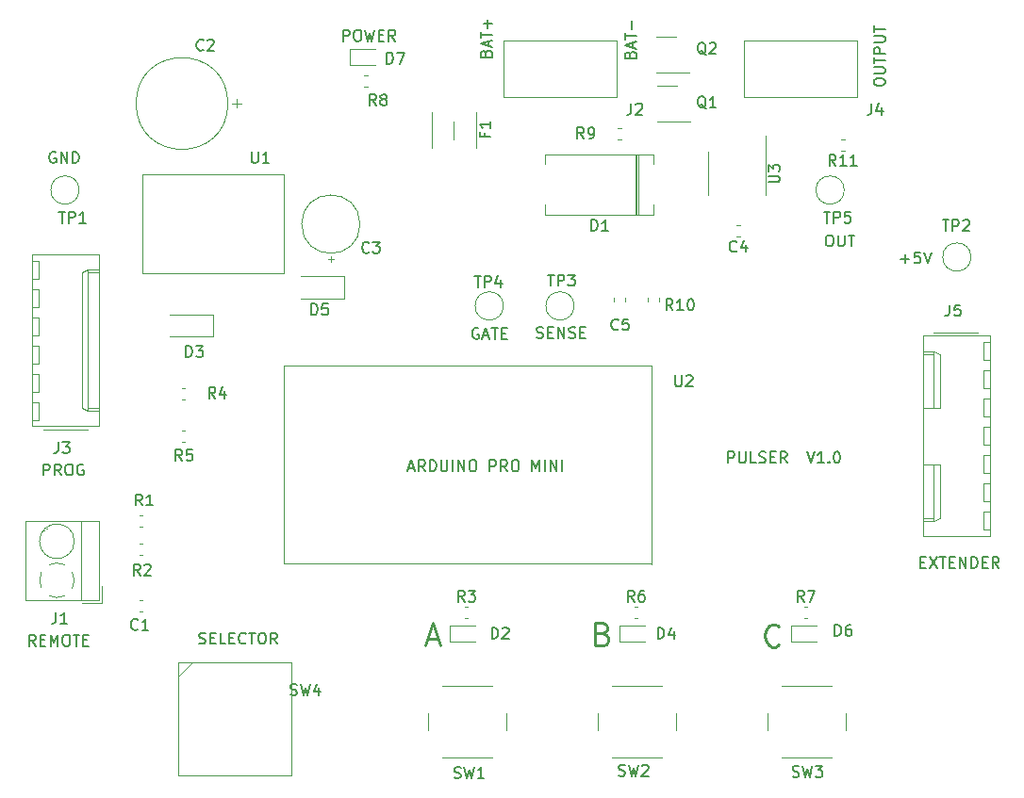
<source format=gbr>
%TF.GenerationSoftware,KiCad,Pcbnew,(5.1.6)-1*%
%TF.CreationDate,2020-09-05T08:23:18-07:00*%
%TF.ProjectId,pulser,70756c73-6572-42e6-9b69-6361645f7063,rev?*%
%TF.SameCoordinates,Original*%
%TF.FileFunction,Legend,Top*%
%TF.FilePolarity,Positive*%
%FSLAX46Y46*%
G04 Gerber Fmt 4.6, Leading zero omitted, Abs format (unit mm)*
G04 Created by KiCad (PCBNEW (5.1.6)-1) date 2020-09-05 08:23:18*
%MOMM*%
%LPD*%
G01*
G04 APERTURE LIST*
%ADD10C,0.150000*%
%ADD11C,0.254000*%
%ADD12C,0.120000*%
G04 APERTURE END LIST*
D10*
X63931895Y-92616400D02*
X63836657Y-92568780D01*
X63693800Y-92568780D01*
X63550942Y-92616400D01*
X63455704Y-92711638D01*
X63408085Y-92806876D01*
X63360466Y-92997352D01*
X63360466Y-93140209D01*
X63408085Y-93330685D01*
X63455704Y-93425923D01*
X63550942Y-93521161D01*
X63693800Y-93568780D01*
X63789038Y-93568780D01*
X63931895Y-93521161D01*
X63979514Y-93473542D01*
X63979514Y-93140209D01*
X63789038Y-93140209D01*
X64408085Y-93568780D02*
X64408085Y-92568780D01*
X64979514Y-93568780D01*
X64979514Y-92568780D01*
X65455704Y-93568780D02*
X65455704Y-92568780D01*
X65693800Y-92568780D01*
X65836657Y-92616400D01*
X65931895Y-92711638D01*
X65979514Y-92806876D01*
X66027133Y-92997352D01*
X66027133Y-93140209D01*
X65979514Y-93330685D01*
X65931895Y-93425923D01*
X65836657Y-93521161D01*
X65693800Y-93568780D01*
X65455704Y-93568780D01*
X124311400Y-120518180D02*
X124311400Y-119518180D01*
X124692352Y-119518180D01*
X124787590Y-119565800D01*
X124835209Y-119613419D01*
X124882828Y-119708657D01*
X124882828Y-119851514D01*
X124835209Y-119946752D01*
X124787590Y-119994371D01*
X124692352Y-120041990D01*
X124311400Y-120041990D01*
X125311400Y-119518180D02*
X125311400Y-120327704D01*
X125359019Y-120422942D01*
X125406638Y-120470561D01*
X125501876Y-120518180D01*
X125692352Y-120518180D01*
X125787590Y-120470561D01*
X125835209Y-120422942D01*
X125882828Y-120327704D01*
X125882828Y-119518180D01*
X126835209Y-120518180D02*
X126359019Y-120518180D01*
X126359019Y-119518180D01*
X127120923Y-120470561D02*
X127263780Y-120518180D01*
X127501876Y-120518180D01*
X127597114Y-120470561D01*
X127644733Y-120422942D01*
X127692352Y-120327704D01*
X127692352Y-120232466D01*
X127644733Y-120137228D01*
X127597114Y-120089609D01*
X127501876Y-120041990D01*
X127311400Y-119994371D01*
X127216161Y-119946752D01*
X127168542Y-119899133D01*
X127120923Y-119803895D01*
X127120923Y-119708657D01*
X127168542Y-119613419D01*
X127216161Y-119565800D01*
X127311400Y-119518180D01*
X127549495Y-119518180D01*
X127692352Y-119565800D01*
X128120923Y-119994371D02*
X128454257Y-119994371D01*
X128597114Y-120518180D02*
X128120923Y-120518180D01*
X128120923Y-119518180D01*
X128597114Y-119518180D01*
X129597114Y-120518180D02*
X129263780Y-120041990D01*
X129025685Y-120518180D02*
X129025685Y-119518180D01*
X129406638Y-119518180D01*
X129501876Y-119565800D01*
X129549495Y-119613419D01*
X129597114Y-119708657D01*
X129597114Y-119851514D01*
X129549495Y-119946752D01*
X129501876Y-119994371D01*
X129406638Y-120041990D01*
X129025685Y-120041990D01*
X131406638Y-119518180D02*
X131739971Y-120518180D01*
X132073304Y-119518180D01*
X132930447Y-120518180D02*
X132359019Y-120518180D01*
X132644733Y-120518180D02*
X132644733Y-119518180D01*
X132549495Y-119661038D01*
X132454257Y-119756276D01*
X132359019Y-119803895D01*
X133359019Y-120422942D02*
X133406638Y-120470561D01*
X133359019Y-120518180D01*
X133311400Y-120470561D01*
X133359019Y-120422942D01*
X133359019Y-120518180D01*
X134025685Y-119518180D02*
X134120923Y-119518180D01*
X134216161Y-119565800D01*
X134263780Y-119613419D01*
X134311400Y-119708657D01*
X134359019Y-119899133D01*
X134359019Y-120137228D01*
X134311400Y-120327704D01*
X134263780Y-120422942D01*
X134216161Y-120470561D01*
X134120923Y-120518180D01*
X134025685Y-120518180D01*
X133930447Y-120470561D01*
X133882828Y-120422942D01*
X133835209Y-120327704D01*
X133787590Y-120137228D01*
X133787590Y-119899133D01*
X133835209Y-119708657D01*
X133882828Y-119613419D01*
X133930447Y-119565800D01*
X134025685Y-119518180D01*
X141584800Y-129468571D02*
X141918133Y-129468571D01*
X142060990Y-129992380D02*
X141584800Y-129992380D01*
X141584800Y-128992380D01*
X142060990Y-128992380D01*
X142394323Y-128992380D02*
X143060990Y-129992380D01*
X143060990Y-128992380D02*
X142394323Y-129992380D01*
X143299085Y-128992380D02*
X143870514Y-128992380D01*
X143584800Y-129992380D02*
X143584800Y-128992380D01*
X144203847Y-129468571D02*
X144537180Y-129468571D01*
X144680038Y-129992380D02*
X144203847Y-129992380D01*
X144203847Y-128992380D01*
X144680038Y-128992380D01*
X145108609Y-129992380D02*
X145108609Y-128992380D01*
X145680038Y-129992380D01*
X145680038Y-128992380D01*
X146156228Y-129992380D02*
X146156228Y-128992380D01*
X146394323Y-128992380D01*
X146537180Y-129040000D01*
X146632419Y-129135238D01*
X146680038Y-129230476D01*
X146727657Y-129420952D01*
X146727657Y-129563809D01*
X146680038Y-129754285D01*
X146632419Y-129849523D01*
X146537180Y-129944761D01*
X146394323Y-129992380D01*
X146156228Y-129992380D01*
X147156228Y-129468571D02*
X147489561Y-129468571D01*
X147632419Y-129992380D02*
X147156228Y-129992380D01*
X147156228Y-128992380D01*
X147632419Y-128992380D01*
X148632419Y-129992380D02*
X148299085Y-129516190D01*
X148060990Y-129992380D02*
X148060990Y-128992380D01*
X148441942Y-128992380D01*
X148537180Y-129040000D01*
X148584800Y-129087619D01*
X148632419Y-129182857D01*
X148632419Y-129325714D01*
X148584800Y-129420952D01*
X148537180Y-129468571D01*
X148441942Y-129516190D01*
X148060990Y-129516190D01*
D11*
X128898952Y-136869714D02*
X128802190Y-136966476D01*
X128511904Y-137063238D01*
X128318380Y-137063238D01*
X128028095Y-136966476D01*
X127834571Y-136772952D01*
X127737809Y-136579428D01*
X127641047Y-136192380D01*
X127641047Y-135902095D01*
X127737809Y-135515047D01*
X127834571Y-135321523D01*
X128028095Y-135128000D01*
X128318380Y-135031238D01*
X128511904Y-135031238D01*
X128802190Y-135128000D01*
X128898952Y-135224761D01*
X113048142Y-135871857D02*
X113338428Y-135968619D01*
X113435190Y-136065380D01*
X113531952Y-136258904D01*
X113531952Y-136549190D01*
X113435190Y-136742714D01*
X113338428Y-136839476D01*
X113144904Y-136936238D01*
X112370809Y-136936238D01*
X112370809Y-134904238D01*
X113048142Y-134904238D01*
X113241666Y-135001000D01*
X113338428Y-135097761D01*
X113435190Y-135291285D01*
X113435190Y-135484809D01*
X113338428Y-135678333D01*
X113241666Y-135775095D01*
X113048142Y-135871857D01*
X112370809Y-135871857D01*
X97306190Y-136355666D02*
X98273809Y-136355666D01*
X97112666Y-136936238D02*
X97790000Y-134904238D01*
X98467333Y-136936238D01*
D10*
X76814800Y-136751961D02*
X76957657Y-136799580D01*
X77195752Y-136799580D01*
X77290990Y-136751961D01*
X77338609Y-136704342D01*
X77386228Y-136609104D01*
X77386228Y-136513866D01*
X77338609Y-136418628D01*
X77290990Y-136371009D01*
X77195752Y-136323390D01*
X77005276Y-136275771D01*
X76910038Y-136228152D01*
X76862419Y-136180533D01*
X76814800Y-136085295D01*
X76814800Y-135990057D01*
X76862419Y-135894819D01*
X76910038Y-135847200D01*
X77005276Y-135799580D01*
X77243371Y-135799580D01*
X77386228Y-135847200D01*
X77814800Y-136275771D02*
X78148133Y-136275771D01*
X78290990Y-136799580D02*
X77814800Y-136799580D01*
X77814800Y-135799580D01*
X78290990Y-135799580D01*
X79195752Y-136799580D02*
X78719561Y-136799580D01*
X78719561Y-135799580D01*
X79529085Y-136275771D02*
X79862419Y-136275771D01*
X80005276Y-136799580D02*
X79529085Y-136799580D01*
X79529085Y-135799580D01*
X80005276Y-135799580D01*
X81005276Y-136704342D02*
X80957657Y-136751961D01*
X80814800Y-136799580D01*
X80719561Y-136799580D01*
X80576704Y-136751961D01*
X80481466Y-136656723D01*
X80433847Y-136561485D01*
X80386228Y-136371009D01*
X80386228Y-136228152D01*
X80433847Y-136037676D01*
X80481466Y-135942438D01*
X80576704Y-135847200D01*
X80719561Y-135799580D01*
X80814800Y-135799580D01*
X80957657Y-135847200D01*
X81005276Y-135894819D01*
X81290990Y-135799580D02*
X81862419Y-135799580D01*
X81576704Y-136799580D02*
X81576704Y-135799580D01*
X82386228Y-135799580D02*
X82576704Y-135799580D01*
X82671942Y-135847200D01*
X82767180Y-135942438D01*
X82814800Y-136132914D01*
X82814800Y-136466247D01*
X82767180Y-136656723D01*
X82671942Y-136751961D01*
X82576704Y-136799580D01*
X82386228Y-136799580D01*
X82290990Y-136751961D01*
X82195752Y-136656723D01*
X82148133Y-136466247D01*
X82148133Y-136132914D01*
X82195752Y-135942438D01*
X82290990Y-135847200D01*
X82386228Y-135799580D01*
X83814800Y-136799580D02*
X83481466Y-136323390D01*
X83243371Y-136799580D02*
X83243371Y-135799580D01*
X83624323Y-135799580D01*
X83719561Y-135847200D01*
X83767180Y-135894819D01*
X83814800Y-135990057D01*
X83814800Y-136132914D01*
X83767180Y-136228152D01*
X83719561Y-136275771D01*
X83624323Y-136323390D01*
X83243371Y-136323390D01*
X62139771Y-136977380D02*
X61806438Y-136501190D01*
X61568342Y-136977380D02*
X61568342Y-135977380D01*
X61949295Y-135977380D01*
X62044533Y-136025000D01*
X62092152Y-136072619D01*
X62139771Y-136167857D01*
X62139771Y-136310714D01*
X62092152Y-136405952D01*
X62044533Y-136453571D01*
X61949295Y-136501190D01*
X61568342Y-136501190D01*
X62568342Y-136453571D02*
X62901676Y-136453571D01*
X63044533Y-136977380D02*
X62568342Y-136977380D01*
X62568342Y-135977380D01*
X63044533Y-135977380D01*
X63473104Y-136977380D02*
X63473104Y-135977380D01*
X63806438Y-136691666D01*
X64139771Y-135977380D01*
X64139771Y-136977380D01*
X64806438Y-135977380D02*
X64996914Y-135977380D01*
X65092152Y-136025000D01*
X65187390Y-136120238D01*
X65235009Y-136310714D01*
X65235009Y-136644047D01*
X65187390Y-136834523D01*
X65092152Y-136929761D01*
X64996914Y-136977380D01*
X64806438Y-136977380D01*
X64711200Y-136929761D01*
X64615961Y-136834523D01*
X64568342Y-136644047D01*
X64568342Y-136310714D01*
X64615961Y-136120238D01*
X64711200Y-136025000D01*
X64806438Y-135977380D01*
X65520723Y-135977380D02*
X66092152Y-135977380D01*
X65806438Y-136977380D02*
X65806438Y-135977380D01*
X66425485Y-136453571D02*
X66758819Y-136453571D01*
X66901676Y-136977380D02*
X66425485Y-136977380D01*
X66425485Y-135977380D01*
X66901676Y-135977380D01*
X62857285Y-121635780D02*
X62857285Y-120635780D01*
X63238238Y-120635780D01*
X63333476Y-120683400D01*
X63381095Y-120731019D01*
X63428714Y-120826257D01*
X63428714Y-120969114D01*
X63381095Y-121064352D01*
X63333476Y-121111971D01*
X63238238Y-121159590D01*
X62857285Y-121159590D01*
X64428714Y-121635780D02*
X64095380Y-121159590D01*
X63857285Y-121635780D02*
X63857285Y-120635780D01*
X64238238Y-120635780D01*
X64333476Y-120683400D01*
X64381095Y-120731019D01*
X64428714Y-120826257D01*
X64428714Y-120969114D01*
X64381095Y-121064352D01*
X64333476Y-121111971D01*
X64238238Y-121159590D01*
X63857285Y-121159590D01*
X65047761Y-120635780D02*
X65238238Y-120635780D01*
X65333476Y-120683400D01*
X65428714Y-120778638D01*
X65476333Y-120969114D01*
X65476333Y-121302447D01*
X65428714Y-121492923D01*
X65333476Y-121588161D01*
X65238238Y-121635780D01*
X65047761Y-121635780D01*
X64952523Y-121588161D01*
X64857285Y-121492923D01*
X64809666Y-121302447D01*
X64809666Y-120969114D01*
X64857285Y-120778638D01*
X64952523Y-120683400D01*
X65047761Y-120635780D01*
X66428714Y-120683400D02*
X66333476Y-120635780D01*
X66190619Y-120635780D01*
X66047761Y-120683400D01*
X65952523Y-120778638D01*
X65904904Y-120873876D01*
X65857285Y-121064352D01*
X65857285Y-121207209D01*
X65904904Y-121397685D01*
X65952523Y-121492923D01*
X66047761Y-121588161D01*
X66190619Y-121635780D01*
X66285857Y-121635780D01*
X66428714Y-121588161D01*
X66476333Y-121540542D01*
X66476333Y-121207209D01*
X66285857Y-121207209D01*
X95635038Y-120994466D02*
X96111228Y-120994466D01*
X95539800Y-121280180D02*
X95873133Y-120280180D01*
X96206466Y-121280180D01*
X97111228Y-121280180D02*
X96777895Y-120803990D01*
X96539800Y-121280180D02*
X96539800Y-120280180D01*
X96920752Y-120280180D01*
X97015990Y-120327800D01*
X97063609Y-120375419D01*
X97111228Y-120470657D01*
X97111228Y-120613514D01*
X97063609Y-120708752D01*
X97015990Y-120756371D01*
X96920752Y-120803990D01*
X96539800Y-120803990D01*
X97539800Y-121280180D02*
X97539800Y-120280180D01*
X97777895Y-120280180D01*
X97920752Y-120327800D01*
X98015990Y-120423038D01*
X98063609Y-120518276D01*
X98111228Y-120708752D01*
X98111228Y-120851609D01*
X98063609Y-121042085D01*
X98015990Y-121137323D01*
X97920752Y-121232561D01*
X97777895Y-121280180D01*
X97539800Y-121280180D01*
X98539800Y-120280180D02*
X98539800Y-121089704D01*
X98587419Y-121184942D01*
X98635038Y-121232561D01*
X98730276Y-121280180D01*
X98920752Y-121280180D01*
X99015990Y-121232561D01*
X99063609Y-121184942D01*
X99111228Y-121089704D01*
X99111228Y-120280180D01*
X99587419Y-121280180D02*
X99587419Y-120280180D01*
X100063609Y-121280180D02*
X100063609Y-120280180D01*
X100635038Y-121280180D01*
X100635038Y-120280180D01*
X101301704Y-120280180D02*
X101492180Y-120280180D01*
X101587419Y-120327800D01*
X101682657Y-120423038D01*
X101730276Y-120613514D01*
X101730276Y-120946847D01*
X101682657Y-121137323D01*
X101587419Y-121232561D01*
X101492180Y-121280180D01*
X101301704Y-121280180D01*
X101206466Y-121232561D01*
X101111228Y-121137323D01*
X101063609Y-120946847D01*
X101063609Y-120613514D01*
X101111228Y-120423038D01*
X101206466Y-120327800D01*
X101301704Y-120280180D01*
X102920752Y-121280180D02*
X102920752Y-120280180D01*
X103301704Y-120280180D01*
X103396942Y-120327800D01*
X103444561Y-120375419D01*
X103492180Y-120470657D01*
X103492180Y-120613514D01*
X103444561Y-120708752D01*
X103396942Y-120756371D01*
X103301704Y-120803990D01*
X102920752Y-120803990D01*
X104492180Y-121280180D02*
X104158847Y-120803990D01*
X103920752Y-121280180D02*
X103920752Y-120280180D01*
X104301704Y-120280180D01*
X104396942Y-120327800D01*
X104444561Y-120375419D01*
X104492180Y-120470657D01*
X104492180Y-120613514D01*
X104444561Y-120708752D01*
X104396942Y-120756371D01*
X104301704Y-120803990D01*
X103920752Y-120803990D01*
X105111228Y-120280180D02*
X105301704Y-120280180D01*
X105396942Y-120327800D01*
X105492180Y-120423038D01*
X105539800Y-120613514D01*
X105539800Y-120946847D01*
X105492180Y-121137323D01*
X105396942Y-121232561D01*
X105301704Y-121280180D01*
X105111228Y-121280180D01*
X105015990Y-121232561D01*
X104920752Y-121137323D01*
X104873133Y-120946847D01*
X104873133Y-120613514D01*
X104920752Y-120423038D01*
X105015990Y-120327800D01*
X105111228Y-120280180D01*
X106730276Y-121280180D02*
X106730276Y-120280180D01*
X107063609Y-120994466D01*
X107396942Y-120280180D01*
X107396942Y-121280180D01*
X107873133Y-121280180D02*
X107873133Y-120280180D01*
X108349323Y-121280180D02*
X108349323Y-120280180D01*
X108920752Y-121280180D01*
X108920752Y-120280180D01*
X109396942Y-121280180D02*
X109396942Y-120280180D01*
X101895400Y-108440600D02*
X101800161Y-108392980D01*
X101657304Y-108392980D01*
X101514447Y-108440600D01*
X101419209Y-108535838D01*
X101371590Y-108631076D01*
X101323971Y-108821552D01*
X101323971Y-108964409D01*
X101371590Y-109154885D01*
X101419209Y-109250123D01*
X101514447Y-109345361D01*
X101657304Y-109392980D01*
X101752542Y-109392980D01*
X101895400Y-109345361D01*
X101943019Y-109297742D01*
X101943019Y-108964409D01*
X101752542Y-108964409D01*
X102323971Y-109107266D02*
X102800161Y-109107266D01*
X102228733Y-109392980D02*
X102562066Y-108392980D01*
X102895400Y-109392980D01*
X103085876Y-108392980D02*
X103657304Y-108392980D01*
X103371590Y-109392980D02*
X103371590Y-108392980D01*
X103990638Y-108869171D02*
X104323971Y-108869171D01*
X104466828Y-109392980D02*
X103990638Y-109392980D01*
X103990638Y-108392980D01*
X104466828Y-108392980D01*
X107131123Y-109269161D02*
X107273980Y-109316780D01*
X107512076Y-109316780D01*
X107607314Y-109269161D01*
X107654933Y-109221542D01*
X107702552Y-109126304D01*
X107702552Y-109031066D01*
X107654933Y-108935828D01*
X107607314Y-108888209D01*
X107512076Y-108840590D01*
X107321600Y-108792971D01*
X107226361Y-108745352D01*
X107178742Y-108697733D01*
X107131123Y-108602495D01*
X107131123Y-108507257D01*
X107178742Y-108412019D01*
X107226361Y-108364400D01*
X107321600Y-108316780D01*
X107559695Y-108316780D01*
X107702552Y-108364400D01*
X108131123Y-108792971D02*
X108464457Y-108792971D01*
X108607314Y-109316780D02*
X108131123Y-109316780D01*
X108131123Y-108316780D01*
X108607314Y-108316780D01*
X109035885Y-109316780D02*
X109035885Y-108316780D01*
X109607314Y-109316780D01*
X109607314Y-108316780D01*
X110035885Y-109269161D02*
X110178742Y-109316780D01*
X110416838Y-109316780D01*
X110512076Y-109269161D01*
X110559695Y-109221542D01*
X110607314Y-109126304D01*
X110607314Y-109031066D01*
X110559695Y-108935828D01*
X110512076Y-108888209D01*
X110416838Y-108840590D01*
X110226361Y-108792971D01*
X110131123Y-108745352D01*
X110083504Y-108697733D01*
X110035885Y-108602495D01*
X110035885Y-108507257D01*
X110083504Y-108412019D01*
X110131123Y-108364400D01*
X110226361Y-108316780D01*
X110464457Y-108316780D01*
X110607314Y-108364400D01*
X111035885Y-108792971D02*
X111369219Y-108792971D01*
X111512076Y-109316780D02*
X111035885Y-109316780D01*
X111035885Y-108316780D01*
X111512076Y-108316780D01*
X139836685Y-102204828D02*
X140598590Y-102204828D01*
X140217638Y-102585780D02*
X140217638Y-101823876D01*
X141550971Y-101585780D02*
X141074780Y-101585780D01*
X141027161Y-102061971D01*
X141074780Y-102014352D01*
X141170019Y-101966733D01*
X141408114Y-101966733D01*
X141503352Y-102014352D01*
X141550971Y-102061971D01*
X141598590Y-102157209D01*
X141598590Y-102395304D01*
X141550971Y-102490542D01*
X141503352Y-102538161D01*
X141408114Y-102585780D01*
X141170019Y-102585780D01*
X141074780Y-102538161D01*
X141027161Y-102490542D01*
X141884304Y-101585780D02*
X142217638Y-102585780D01*
X142550971Y-101585780D01*
X133340600Y-100061780D02*
X133531076Y-100061780D01*
X133626314Y-100109400D01*
X133721552Y-100204638D01*
X133769171Y-100395114D01*
X133769171Y-100728447D01*
X133721552Y-100918923D01*
X133626314Y-101014161D01*
X133531076Y-101061780D01*
X133340600Y-101061780D01*
X133245361Y-101014161D01*
X133150123Y-100918923D01*
X133102504Y-100728447D01*
X133102504Y-100395114D01*
X133150123Y-100204638D01*
X133245361Y-100109400D01*
X133340600Y-100061780D01*
X134197742Y-100061780D02*
X134197742Y-100871304D01*
X134245361Y-100966542D01*
X134292980Y-101014161D01*
X134388219Y-101061780D01*
X134578695Y-101061780D01*
X134673933Y-101014161D01*
X134721552Y-100966542D01*
X134769171Y-100871304D01*
X134769171Y-100061780D01*
X135102504Y-100061780D02*
X135673933Y-100061780D01*
X135388219Y-101061780D02*
X135388219Y-100061780D01*
X137399780Y-86402561D02*
X137399780Y-86212085D01*
X137447400Y-86116847D01*
X137542638Y-86021609D01*
X137733114Y-85973990D01*
X138066447Y-85973990D01*
X138256923Y-86021609D01*
X138352161Y-86116847D01*
X138399780Y-86212085D01*
X138399780Y-86402561D01*
X138352161Y-86497800D01*
X138256923Y-86593038D01*
X138066447Y-86640657D01*
X137733114Y-86640657D01*
X137542638Y-86593038D01*
X137447400Y-86497800D01*
X137399780Y-86402561D01*
X137399780Y-85545419D02*
X138209304Y-85545419D01*
X138304542Y-85497800D01*
X138352161Y-85450180D01*
X138399780Y-85354942D01*
X138399780Y-85164466D01*
X138352161Y-85069228D01*
X138304542Y-85021609D01*
X138209304Y-84973990D01*
X137399780Y-84973990D01*
X137399780Y-84640657D02*
X137399780Y-84069228D01*
X138399780Y-84354942D02*
X137399780Y-84354942D01*
X138399780Y-83735895D02*
X137399780Y-83735895D01*
X137399780Y-83354942D01*
X137447400Y-83259704D01*
X137495019Y-83212085D01*
X137590257Y-83164466D01*
X137733114Y-83164466D01*
X137828352Y-83212085D01*
X137875971Y-83259704D01*
X137923590Y-83354942D01*
X137923590Y-83735895D01*
X137399780Y-82735895D02*
X138209304Y-82735895D01*
X138304542Y-82688276D01*
X138352161Y-82640657D01*
X138399780Y-82545419D01*
X138399780Y-82354942D01*
X138352161Y-82259704D01*
X138304542Y-82212085D01*
X138209304Y-82164466D01*
X137399780Y-82164466D01*
X137399780Y-81831133D02*
X137399780Y-81259704D01*
X138399780Y-81545419D02*
X137399780Y-81545419D01*
X115523971Y-83830942D02*
X115571590Y-83688085D01*
X115619209Y-83640466D01*
X115714447Y-83592847D01*
X115857304Y-83592847D01*
X115952542Y-83640466D01*
X116000161Y-83688085D01*
X116047780Y-83783323D01*
X116047780Y-84164276D01*
X115047780Y-84164276D01*
X115047780Y-83830942D01*
X115095400Y-83735704D01*
X115143019Y-83688085D01*
X115238257Y-83640466D01*
X115333495Y-83640466D01*
X115428733Y-83688085D01*
X115476352Y-83735704D01*
X115523971Y-83830942D01*
X115523971Y-84164276D01*
X115762066Y-83211895D02*
X115762066Y-82735704D01*
X116047780Y-83307133D02*
X115047780Y-82973800D01*
X116047780Y-82640466D01*
X115047780Y-82449990D02*
X115047780Y-81878561D01*
X116047780Y-82164276D02*
X115047780Y-82164276D01*
X115666828Y-81545228D02*
X115666828Y-80783323D01*
X102569971Y-83729342D02*
X102617590Y-83586485D01*
X102665209Y-83538866D01*
X102760447Y-83491247D01*
X102903304Y-83491247D01*
X102998542Y-83538866D01*
X103046161Y-83586485D01*
X103093780Y-83681723D01*
X103093780Y-84062676D01*
X102093780Y-84062676D01*
X102093780Y-83729342D01*
X102141400Y-83634104D01*
X102189019Y-83586485D01*
X102284257Y-83538866D01*
X102379495Y-83538866D01*
X102474733Y-83586485D01*
X102522352Y-83634104D01*
X102569971Y-83729342D01*
X102569971Y-84062676D01*
X102808066Y-83110295D02*
X102808066Y-82634104D01*
X103093780Y-83205533D02*
X102093780Y-82872200D01*
X103093780Y-82538866D01*
X102093780Y-82348390D02*
X102093780Y-81776961D01*
X103093780Y-82062676D02*
X102093780Y-82062676D01*
X102712828Y-81443628D02*
X102712828Y-80681723D01*
X103093780Y-81062676D02*
X102331876Y-81062676D01*
X89765476Y-82621380D02*
X89765476Y-81621380D01*
X90146428Y-81621380D01*
X90241666Y-81669000D01*
X90289285Y-81716619D01*
X90336904Y-81811857D01*
X90336904Y-81954714D01*
X90289285Y-82049952D01*
X90241666Y-82097571D01*
X90146428Y-82145190D01*
X89765476Y-82145190D01*
X90955952Y-81621380D02*
X91146428Y-81621380D01*
X91241666Y-81669000D01*
X91336904Y-81764238D01*
X91384523Y-81954714D01*
X91384523Y-82288047D01*
X91336904Y-82478523D01*
X91241666Y-82573761D01*
X91146428Y-82621380D01*
X90955952Y-82621380D01*
X90860714Y-82573761D01*
X90765476Y-82478523D01*
X90717857Y-82288047D01*
X90717857Y-81954714D01*
X90765476Y-81764238D01*
X90860714Y-81669000D01*
X90955952Y-81621380D01*
X91717857Y-81621380D02*
X91955952Y-82621380D01*
X92146428Y-81907095D01*
X92336904Y-82621380D01*
X92575000Y-81621380D01*
X92955952Y-82097571D02*
X93289285Y-82097571D01*
X93432142Y-82621380D02*
X92955952Y-82621380D01*
X92955952Y-81621380D01*
X93432142Y-81621380D01*
X94432142Y-82621380D02*
X94098809Y-82145190D01*
X93860714Y-82621380D02*
X93860714Y-81621380D01*
X94241666Y-81621380D01*
X94336904Y-81669000D01*
X94384523Y-81716619D01*
X94432142Y-81811857D01*
X94432142Y-81954714D01*
X94384523Y-82049952D01*
X94336904Y-82097571D01*
X94241666Y-82145190D01*
X93860714Y-82145190D01*
D12*
%TO.C,F1*%
X101695000Y-89015000D02*
X101695000Y-92215000D01*
X97695000Y-92215000D02*
X97695000Y-89015000D01*
X99695000Y-89865000D02*
X99695000Y-91465000D01*
%TO.C,J2*%
X114300000Y-87630000D02*
X104140000Y-87630000D01*
X114300000Y-87630000D02*
X114300000Y-82550000D01*
X114300000Y-82550000D02*
X104140000Y-82550000D01*
X104140000Y-82550000D02*
X104140000Y-87630000D01*
%TO.C,J4*%
X125730000Y-82550000D02*
X125730000Y-87630000D01*
X135890000Y-87630000D02*
X135890000Y-82550000D01*
X135890000Y-87630000D02*
X125730000Y-87630000D01*
X135890000Y-82550000D02*
X125730000Y-82550000D01*
%TO.C,R11*%
X134782779Y-92458000D02*
X134457221Y-92458000D01*
X134782779Y-91438000D02*
X134457221Y-91438000D01*
%TO.C,C3*%
X88401000Y-102240775D02*
X88901000Y-102240775D01*
X88651000Y-102490775D02*
X88651000Y-101990775D01*
X91266000Y-99076000D02*
G75*
G03*
X91266000Y-99076000I-2620000J0D01*
G01*
%TO.C,C2*%
X79400200Y-88239600D02*
G75*
G03*
X79400200Y-88239600I-4120000J0D01*
G01*
X80590200Y-88229600D02*
X79790200Y-88229600D01*
X80200200Y-88609600D02*
X80200200Y-87809600D01*
%TO.C,U2*%
X117475000Y-129540000D02*
X117475000Y-111760000D01*
X84455000Y-129540000D02*
X117475000Y-129540000D01*
X84455000Y-111760000D02*
X84455000Y-129540000D01*
X117475000Y-127000000D02*
X117475000Y-129670000D01*
X117475000Y-111760000D02*
X84455000Y-111760000D01*
%TO.C,U1*%
X84455000Y-94615000D02*
X71755000Y-94615000D01*
X84455000Y-103505000D02*
X84455000Y-94615000D01*
X71755000Y-103505000D02*
X84455000Y-103505000D01*
X71755000Y-94615000D02*
X71755000Y-103505000D01*
%TO.C,D1*%
X117646000Y-97344000D02*
X117646000Y-98224000D01*
X117646000Y-98224000D02*
X107906000Y-98224000D01*
X107906000Y-98224000D02*
X107906000Y-97344000D01*
X117646000Y-93664000D02*
X117646000Y-92784000D01*
X117646000Y-92784000D02*
X107906000Y-92784000D01*
X107906000Y-92784000D02*
X107906000Y-93664000D01*
X116101000Y-98224000D02*
X116101000Y-92784000D01*
X115981000Y-98224000D02*
X115981000Y-92784000D01*
X116221000Y-98224000D02*
X116221000Y-92784000D01*
%TO.C,U3*%
X127655000Y-94550000D02*
X127655000Y-91100000D01*
X127655000Y-94550000D02*
X127655000Y-96500000D01*
X122535000Y-94550000D02*
X122535000Y-92600000D01*
X122535000Y-94550000D02*
X122535000Y-96500000D01*
%TO.C,J3*%
X62380000Y-102360000D02*
X61780000Y-102360000D01*
X62380000Y-103960000D02*
X62380000Y-102360000D01*
X61780000Y-103960000D02*
X62380000Y-103960000D01*
X62380000Y-104900000D02*
X61780000Y-104900000D01*
X62380000Y-106500000D02*
X62380000Y-104900000D01*
X61780000Y-106500000D02*
X62380000Y-106500000D01*
X62380000Y-107440000D02*
X61780000Y-107440000D01*
X62380000Y-109040000D02*
X62380000Y-107440000D01*
X61780000Y-109040000D02*
X62380000Y-109040000D01*
X62380000Y-109980000D02*
X61780000Y-109980000D01*
X62380000Y-111580000D02*
X62380000Y-109980000D01*
X61780000Y-111580000D02*
X62380000Y-111580000D01*
X62380000Y-112520000D02*
X61780000Y-112520000D01*
X62380000Y-114120000D02*
X62380000Y-112520000D01*
X61780000Y-114120000D02*
X62380000Y-114120000D01*
X62380000Y-115060000D02*
X61780000Y-115060000D01*
X62380000Y-116660000D02*
X62380000Y-115060000D01*
X61780000Y-116660000D02*
X62380000Y-116660000D01*
X67800000Y-103410000D02*
X66800000Y-103410000D01*
X67800000Y-115610000D02*
X66800000Y-115610000D01*
X66270000Y-103410000D02*
X66800000Y-103160000D01*
X66270000Y-115610000D02*
X66270000Y-103410000D01*
X66800000Y-115860000D02*
X66270000Y-115610000D01*
X66800000Y-103160000D02*
X67800000Y-103160000D01*
X66800000Y-115860000D02*
X66800000Y-103160000D01*
X67800000Y-115860000D02*
X66800000Y-115860000D01*
X62810000Y-117530000D02*
X66810000Y-117530000D01*
X61780000Y-101780000D02*
X61780000Y-117240000D01*
X67800000Y-101780000D02*
X61780000Y-101780000D01*
X67800000Y-117240000D02*
X67800000Y-101780000D01*
X61780000Y-117240000D02*
X67800000Y-117240000D01*
%TO.C,J1*%
X65605000Y-127580000D02*
G75*
G03*
X65605000Y-127580000I-1555000J0D01*
G01*
X66250000Y-132890000D02*
X66250000Y-125770000D01*
X61190000Y-132890000D02*
X61190000Y-125770000D01*
X67810000Y-132890000D02*
X67810000Y-125770000D01*
X61190000Y-132890000D02*
X67810000Y-132890000D01*
X61190000Y-125770000D02*
X67810000Y-125770000D01*
X63060000Y-126400000D02*
X63136000Y-126476000D01*
X65175000Y-128515000D02*
X65230000Y-128569000D01*
X62870000Y-126590000D02*
X62924000Y-126644000D01*
X64964000Y-128683000D02*
X65040000Y-128759000D01*
X66310000Y-133130000D02*
X68050000Y-133130000D01*
X68050000Y-133130000D02*
X68050000Y-131630000D01*
X65605681Y-131053556D02*
G75*
G02*
X65436000Y-131787000I-1555681J-26444D01*
G01*
X64755733Y-132466645D02*
G75*
G02*
X63343000Y-132466000I-705733J1386645D01*
G01*
X62663355Y-131785733D02*
G75*
G02*
X62664000Y-130373000I1386645J705733D01*
G01*
X63344267Y-129693355D02*
G75*
G02*
X64757000Y-129694000I705733J-1386645D01*
G01*
X65435515Y-130374045D02*
G75*
G02*
X65605000Y-131080000I-1385515J-705955D01*
G01*
%TO.C,C4*%
X125410279Y-99185000D02*
X125084721Y-99185000D01*
X125410279Y-100205000D02*
X125084721Y-100205000D01*
%TO.C,C1*%
X71439721Y-133860000D02*
X71765279Y-133860000D01*
X71439721Y-132840000D02*
X71765279Y-132840000D01*
%TO.C,J5*%
X147210000Y-126530000D02*
X147810000Y-126530000D01*
X147210000Y-124930000D02*
X147210000Y-126530000D01*
X147810000Y-124930000D02*
X147210000Y-124930000D01*
X147210000Y-123990000D02*
X147810000Y-123990000D01*
X147210000Y-122390000D02*
X147210000Y-123990000D01*
X147810000Y-122390000D02*
X147210000Y-122390000D01*
X147210000Y-121450000D02*
X147810000Y-121450000D01*
X147210000Y-119850000D02*
X147210000Y-121450000D01*
X147810000Y-119850000D02*
X147210000Y-119850000D01*
X147210000Y-118910000D02*
X147810000Y-118910000D01*
X147210000Y-117310000D02*
X147210000Y-118910000D01*
X147810000Y-117310000D02*
X147210000Y-117310000D01*
X147210000Y-116370000D02*
X147810000Y-116370000D01*
X147210000Y-114770000D02*
X147210000Y-116370000D01*
X147810000Y-114770000D02*
X147210000Y-114770000D01*
X147210000Y-113830000D02*
X147810000Y-113830000D01*
X147210000Y-112230000D02*
X147210000Y-113830000D01*
X147810000Y-112230000D02*
X147210000Y-112230000D01*
X147210000Y-111290000D02*
X147810000Y-111290000D01*
X147210000Y-109690000D02*
X147210000Y-111290000D01*
X147810000Y-109690000D02*
X147210000Y-109690000D01*
X141790000Y-125480000D02*
X142790000Y-125480000D01*
X143320000Y-120650000D02*
X142790000Y-120650000D01*
X143320000Y-125480000D02*
X143320000Y-120650000D01*
X142790000Y-125730000D02*
X143320000Y-125480000D01*
X142790000Y-120650000D02*
X141790000Y-120650000D01*
X142790000Y-125730000D02*
X142790000Y-120650000D01*
X141790000Y-125730000D02*
X142790000Y-125730000D01*
X141790000Y-110740000D02*
X142790000Y-110740000D01*
X143320000Y-115570000D02*
X142790000Y-115570000D01*
X143320000Y-110740000D02*
X143320000Y-115570000D01*
X142790000Y-110490000D02*
X143320000Y-110740000D01*
X142790000Y-115570000D02*
X141790000Y-115570000D01*
X142790000Y-110490000D02*
X142790000Y-115570000D01*
X141790000Y-110490000D02*
X142790000Y-110490000D01*
X146780000Y-108820000D02*
X142780000Y-108820000D01*
X147810000Y-127110000D02*
X147810000Y-109110000D01*
X141790000Y-127110000D02*
X147810000Y-127110000D01*
X141790000Y-109110000D02*
X141790000Y-127110000D01*
X147810000Y-109110000D02*
X141790000Y-109110000D01*
%TO.C,SW3*%
X127870000Y-143050000D02*
X127870000Y-144550000D01*
X129120000Y-147050000D02*
X133620000Y-147050000D01*
X134870000Y-144550000D02*
X134870000Y-143050000D01*
X133620000Y-140550000D02*
X129120000Y-140550000D01*
%TO.C,SW2*%
X112630000Y-143050000D02*
X112630000Y-144550000D01*
X113880000Y-147050000D02*
X118380000Y-147050000D01*
X119630000Y-144550000D02*
X119630000Y-143050000D01*
X118380000Y-140550000D02*
X113880000Y-140550000D01*
%TO.C,SW1*%
X97390000Y-143050000D02*
X97390000Y-144550000D01*
X98640000Y-147050000D02*
X103140000Y-147050000D01*
X104390000Y-144550000D02*
X104390000Y-143050000D01*
X103140000Y-140550000D02*
X98640000Y-140550000D01*
%TO.C,SW4*%
X74930000Y-138430000D02*
X74930000Y-148590000D01*
X74930000Y-139700000D02*
X76200000Y-138430000D01*
X74930000Y-148590000D02*
X85090000Y-148590000D01*
X85090000Y-148590000D02*
X85090000Y-138430000D01*
X85090000Y-138430000D02*
X74930000Y-138430000D01*
%TO.C,R10*%
X118086600Y-106030079D02*
X118086600Y-105704521D01*
X117066600Y-106030079D02*
X117066600Y-105704521D01*
%TO.C,R9*%
X114391221Y-91442000D02*
X114716779Y-91442000D01*
X114391221Y-90422000D02*
X114716779Y-90422000D01*
%TO.C,R8*%
X91658221Y-86717600D02*
X91983779Y-86717600D01*
X91658221Y-85697600D02*
X91983779Y-85697600D01*
%TO.C,Q2*%
X117925000Y-89875000D02*
X120875000Y-89875000D01*
X119725000Y-86655000D02*
X117925000Y-86655000D01*
%TO.C,D7*%
X90336000Y-84809000D02*
X92621000Y-84809000D01*
X90336000Y-83339000D02*
X90336000Y-84809000D01*
X92621000Y-83339000D02*
X90336000Y-83339000D01*
%TO.C,TP5*%
X134747000Y-96012000D02*
G75*
G03*
X134747000Y-96012000I-1270000J0D01*
G01*
%TO.C,Q1*%
X117845000Y-85430000D02*
X120795000Y-85430000D01*
X119645000Y-82210000D02*
X117845000Y-82210000D01*
%TO.C,TP4*%
X104140000Y-106426000D02*
G75*
G03*
X104140000Y-106426000I-1270000J0D01*
G01*
%TO.C,TP2*%
X146126200Y-102031800D02*
G75*
G03*
X146126200Y-102031800I-1270000J0D01*
G01*
%TO.C,TP1*%
X66040000Y-96012000D02*
G75*
G03*
X66040000Y-96012000I-1270000J0D01*
G01*
%TO.C,R6*%
X115889721Y-133475000D02*
X116215279Y-133475000D01*
X115889721Y-134495000D02*
X116215279Y-134495000D01*
%TO.C,R4*%
X75575279Y-114810000D02*
X75249721Y-114810000D01*
X75575279Y-113790000D02*
X75249721Y-113790000D01*
%TO.C,R2*%
X71439721Y-127760000D02*
X71765279Y-127760000D01*
X71439721Y-128780000D02*
X71765279Y-128780000D01*
%TO.C,R7*%
X131129721Y-133475000D02*
X131455279Y-133475000D01*
X131129721Y-134495000D02*
X131455279Y-134495000D01*
%TO.C,R1*%
X71439721Y-125220000D02*
X71765279Y-125220000D01*
X71439721Y-126240000D02*
X71765279Y-126240000D01*
%TO.C,R5*%
X75575279Y-118620000D02*
X75249721Y-118620000D01*
X75575279Y-117600000D02*
X75249721Y-117600000D01*
%TO.C,D6*%
X132245000Y-135155000D02*
X129960000Y-135155000D01*
X129960000Y-135155000D02*
X129960000Y-136625000D01*
X129960000Y-136625000D02*
X132245000Y-136625000D01*
%TO.C,D4*%
X116852500Y-135155000D02*
X114567500Y-135155000D01*
X114567500Y-135155000D02*
X114567500Y-136625000D01*
X114567500Y-136625000D02*
X116852500Y-136625000D01*
%TO.C,D2*%
X101612500Y-135155000D02*
X99327500Y-135155000D01*
X99327500Y-135155000D02*
X99327500Y-136625000D01*
X99327500Y-136625000D02*
X101612500Y-136625000D01*
%TO.C,C5*%
X114069400Y-106004579D02*
X114069400Y-105679021D01*
X115089400Y-106004579D02*
X115089400Y-105679021D01*
%TO.C,D5*%
X89880000Y-105775000D02*
X89880000Y-103775000D01*
X89880000Y-103775000D02*
X85980000Y-103775000D01*
X89880000Y-105775000D02*
X85980000Y-105775000D01*
%TO.C,D3*%
X78070000Y-109204000D02*
X78070000Y-107204000D01*
X78070000Y-107204000D02*
X74170000Y-107204000D01*
X78070000Y-109204000D02*
X74170000Y-109204000D01*
%TO.C,TP3*%
X110490000Y-106426000D02*
G75*
G03*
X110490000Y-106426000I-1270000J0D01*
G01*
%TO.C,R3*%
X100649721Y-133475000D02*
X100975279Y-133475000D01*
X100649721Y-134495000D02*
X100975279Y-134495000D01*
%TO.C,F1*%
D10*
X102473571Y-90898333D02*
X102473571Y-91231666D01*
X102997380Y-91231666D02*
X101997380Y-91231666D01*
X101997380Y-90755476D01*
X102997380Y-89850714D02*
X102997380Y-90422142D01*
X102997380Y-90136428D02*
X101997380Y-90136428D01*
X102140238Y-90231666D01*
X102235476Y-90326904D01*
X102283095Y-90422142D01*
%TO.C,J2*%
X115617666Y-88225380D02*
X115617666Y-88939666D01*
X115570047Y-89082523D01*
X115474809Y-89177761D01*
X115331952Y-89225380D01*
X115236714Y-89225380D01*
X116046238Y-88320619D02*
X116093857Y-88273000D01*
X116189095Y-88225380D01*
X116427190Y-88225380D01*
X116522428Y-88273000D01*
X116570047Y-88320619D01*
X116617666Y-88415857D01*
X116617666Y-88511095D01*
X116570047Y-88653952D01*
X115998619Y-89225380D01*
X116617666Y-89225380D01*
%TO.C,J4*%
X137207666Y-88225380D02*
X137207666Y-88939666D01*
X137160047Y-89082523D01*
X137064809Y-89177761D01*
X136921952Y-89225380D01*
X136826714Y-89225380D01*
X138112428Y-88558714D02*
X138112428Y-89225380D01*
X137874333Y-88177761D02*
X137636238Y-88892047D01*
X138255285Y-88892047D01*
%TO.C,R11*%
X133977142Y-93830380D02*
X133643809Y-93354190D01*
X133405714Y-93830380D02*
X133405714Y-92830380D01*
X133786666Y-92830380D01*
X133881904Y-92878000D01*
X133929523Y-92925619D01*
X133977142Y-93020857D01*
X133977142Y-93163714D01*
X133929523Y-93258952D01*
X133881904Y-93306571D01*
X133786666Y-93354190D01*
X133405714Y-93354190D01*
X134929523Y-93830380D02*
X134358095Y-93830380D01*
X134643809Y-93830380D02*
X134643809Y-92830380D01*
X134548571Y-92973238D01*
X134453333Y-93068476D01*
X134358095Y-93116095D01*
X135881904Y-93830380D02*
X135310476Y-93830380D01*
X135596190Y-93830380D02*
X135596190Y-92830380D01*
X135500952Y-92973238D01*
X135405714Y-93068476D01*
X135310476Y-93116095D01*
%TO.C,C3*%
X92086133Y-101576142D02*
X92038514Y-101623761D01*
X91895657Y-101671380D01*
X91800419Y-101671380D01*
X91657561Y-101623761D01*
X91562323Y-101528523D01*
X91514704Y-101433285D01*
X91467085Y-101242809D01*
X91467085Y-101099952D01*
X91514704Y-100909476D01*
X91562323Y-100814238D01*
X91657561Y-100719000D01*
X91800419Y-100671380D01*
X91895657Y-100671380D01*
X92038514Y-100719000D01*
X92086133Y-100766619D01*
X92419466Y-100671380D02*
X93038514Y-100671380D01*
X92705180Y-101052333D01*
X92848038Y-101052333D01*
X92943276Y-101099952D01*
X92990895Y-101147571D01*
X93038514Y-101242809D01*
X93038514Y-101480904D01*
X92990895Y-101576142D01*
X92943276Y-101623761D01*
X92848038Y-101671380D01*
X92562323Y-101671380D01*
X92467085Y-101623761D01*
X92419466Y-101576142D01*
%TO.C,C2*%
X77201733Y-83389742D02*
X77154114Y-83437361D01*
X77011257Y-83484980D01*
X76916019Y-83484980D01*
X76773161Y-83437361D01*
X76677923Y-83342123D01*
X76630304Y-83246885D01*
X76582685Y-83056409D01*
X76582685Y-82913552D01*
X76630304Y-82723076D01*
X76677923Y-82627838D01*
X76773161Y-82532600D01*
X76916019Y-82484980D01*
X77011257Y-82484980D01*
X77154114Y-82532600D01*
X77201733Y-82580219D01*
X77582685Y-82580219D02*
X77630304Y-82532600D01*
X77725542Y-82484980D01*
X77963638Y-82484980D01*
X78058876Y-82532600D01*
X78106495Y-82580219D01*
X78154114Y-82675457D01*
X78154114Y-82770695D01*
X78106495Y-82913552D01*
X77535066Y-83484980D01*
X78154114Y-83484980D01*
%TO.C,U2*%
X119557895Y-112660180D02*
X119557895Y-113469704D01*
X119605514Y-113564942D01*
X119653133Y-113612561D01*
X119748371Y-113660180D01*
X119938847Y-113660180D01*
X120034085Y-113612561D01*
X120081704Y-113564942D01*
X120129323Y-113469704D01*
X120129323Y-112660180D01*
X120557895Y-112755419D02*
X120605514Y-112707800D01*
X120700752Y-112660180D01*
X120938847Y-112660180D01*
X121034085Y-112707800D01*
X121081704Y-112755419D01*
X121129323Y-112850657D01*
X121129323Y-112945895D01*
X121081704Y-113088752D01*
X120510276Y-113660180D01*
X121129323Y-113660180D01*
%TO.C,U1*%
X81534095Y-92568780D02*
X81534095Y-93378304D01*
X81581714Y-93473542D01*
X81629333Y-93521161D01*
X81724571Y-93568780D01*
X81915047Y-93568780D01*
X82010285Y-93521161D01*
X82057904Y-93473542D01*
X82105523Y-93378304D01*
X82105523Y-92568780D01*
X83105523Y-93568780D02*
X82534095Y-93568780D01*
X82819809Y-93568780D02*
X82819809Y-92568780D01*
X82724571Y-92711638D01*
X82629333Y-92806876D01*
X82534095Y-92854495D01*
%TO.C,D1*%
X112037904Y-99676380D02*
X112037904Y-98676380D01*
X112276000Y-98676380D01*
X112418857Y-98724000D01*
X112514095Y-98819238D01*
X112561714Y-98914476D01*
X112609333Y-99104952D01*
X112609333Y-99247809D01*
X112561714Y-99438285D01*
X112514095Y-99533523D01*
X112418857Y-99628761D01*
X112276000Y-99676380D01*
X112037904Y-99676380D01*
X113561714Y-99676380D02*
X112990285Y-99676380D01*
X113276000Y-99676380D02*
X113276000Y-98676380D01*
X113180761Y-98819238D01*
X113085523Y-98914476D01*
X112990285Y-98962095D01*
%TO.C,U3*%
X127947380Y-95311904D02*
X128756904Y-95311904D01*
X128852142Y-95264285D01*
X128899761Y-95216666D01*
X128947380Y-95121428D01*
X128947380Y-94930952D01*
X128899761Y-94835714D01*
X128852142Y-94788095D01*
X128756904Y-94740476D01*
X127947380Y-94740476D01*
X127947380Y-94359523D02*
X127947380Y-93740476D01*
X128328333Y-94073809D01*
X128328333Y-93930952D01*
X128375952Y-93835714D01*
X128423571Y-93788095D01*
X128518809Y-93740476D01*
X128756904Y-93740476D01*
X128852142Y-93788095D01*
X128899761Y-93835714D01*
X128947380Y-93930952D01*
X128947380Y-94216666D01*
X128899761Y-94311904D01*
X128852142Y-94359523D01*
%TO.C,J3*%
X64182666Y-118654580D02*
X64182666Y-119368866D01*
X64135047Y-119511723D01*
X64039809Y-119606961D01*
X63896952Y-119654580D01*
X63801714Y-119654580D01*
X64563619Y-118654580D02*
X65182666Y-118654580D01*
X64849333Y-119035533D01*
X64992190Y-119035533D01*
X65087428Y-119083152D01*
X65135047Y-119130771D01*
X65182666Y-119226009D01*
X65182666Y-119464104D01*
X65135047Y-119559342D01*
X65087428Y-119606961D01*
X64992190Y-119654580D01*
X64706476Y-119654580D01*
X64611238Y-119606961D01*
X64563619Y-119559342D01*
%TO.C,J1*%
X63954066Y-133970780D02*
X63954066Y-134685066D01*
X63906447Y-134827923D01*
X63811209Y-134923161D01*
X63668352Y-134970780D01*
X63573114Y-134970780D01*
X64954066Y-134970780D02*
X64382638Y-134970780D01*
X64668352Y-134970780D02*
X64668352Y-133970780D01*
X64573114Y-134113638D01*
X64477876Y-134208876D01*
X64382638Y-134256495D01*
%TO.C,C4*%
X125080833Y-101482142D02*
X125033214Y-101529761D01*
X124890357Y-101577380D01*
X124795119Y-101577380D01*
X124652261Y-101529761D01*
X124557023Y-101434523D01*
X124509404Y-101339285D01*
X124461785Y-101148809D01*
X124461785Y-101005952D01*
X124509404Y-100815476D01*
X124557023Y-100720238D01*
X124652261Y-100625000D01*
X124795119Y-100577380D01*
X124890357Y-100577380D01*
X125033214Y-100625000D01*
X125080833Y-100672619D01*
X125937976Y-100910714D02*
X125937976Y-101577380D01*
X125699880Y-100529761D02*
X125461785Y-101244047D01*
X126080833Y-101244047D01*
%TO.C,C1*%
X71308933Y-135459742D02*
X71261314Y-135507361D01*
X71118457Y-135554980D01*
X71023219Y-135554980D01*
X70880361Y-135507361D01*
X70785123Y-135412123D01*
X70737504Y-135316885D01*
X70689885Y-135126409D01*
X70689885Y-134983552D01*
X70737504Y-134793076D01*
X70785123Y-134697838D01*
X70880361Y-134602600D01*
X71023219Y-134554980D01*
X71118457Y-134554980D01*
X71261314Y-134602600D01*
X71308933Y-134650219D01*
X72261314Y-135554980D02*
X71689885Y-135554980D01*
X71975600Y-135554980D02*
X71975600Y-134554980D01*
X71880361Y-134697838D01*
X71785123Y-134793076D01*
X71689885Y-134840695D01*
%TO.C,J5*%
X144192666Y-106335580D02*
X144192666Y-107049866D01*
X144145047Y-107192723D01*
X144049809Y-107287961D01*
X143906952Y-107335580D01*
X143811714Y-107335580D01*
X145145047Y-106335580D02*
X144668857Y-106335580D01*
X144621238Y-106811771D01*
X144668857Y-106764152D01*
X144764095Y-106716533D01*
X145002190Y-106716533D01*
X145097428Y-106764152D01*
X145145047Y-106811771D01*
X145192666Y-106907009D01*
X145192666Y-107145104D01*
X145145047Y-107240342D01*
X145097428Y-107287961D01*
X145002190Y-107335580D01*
X144764095Y-107335580D01*
X144668857Y-107287961D01*
X144621238Y-107240342D01*
%TO.C,SW3*%
X130111666Y-148715361D02*
X130254523Y-148762980D01*
X130492619Y-148762980D01*
X130587857Y-148715361D01*
X130635476Y-148667742D01*
X130683095Y-148572504D01*
X130683095Y-148477266D01*
X130635476Y-148382028D01*
X130587857Y-148334409D01*
X130492619Y-148286790D01*
X130302142Y-148239171D01*
X130206904Y-148191552D01*
X130159285Y-148143933D01*
X130111666Y-148048695D01*
X130111666Y-147953457D01*
X130159285Y-147858219D01*
X130206904Y-147810600D01*
X130302142Y-147762980D01*
X130540238Y-147762980D01*
X130683095Y-147810600D01*
X131016428Y-147762980D02*
X131254523Y-148762980D01*
X131445000Y-148048695D01*
X131635476Y-148762980D01*
X131873571Y-147762980D01*
X132159285Y-147762980D02*
X132778333Y-147762980D01*
X132445000Y-148143933D01*
X132587857Y-148143933D01*
X132683095Y-148191552D01*
X132730714Y-148239171D01*
X132778333Y-148334409D01*
X132778333Y-148572504D01*
X132730714Y-148667742D01*
X132683095Y-148715361D01*
X132587857Y-148762980D01*
X132302142Y-148762980D01*
X132206904Y-148715361D01*
X132159285Y-148667742D01*
%TO.C,SW2*%
X114490666Y-148613761D02*
X114633523Y-148661380D01*
X114871619Y-148661380D01*
X114966857Y-148613761D01*
X115014476Y-148566142D01*
X115062095Y-148470904D01*
X115062095Y-148375666D01*
X115014476Y-148280428D01*
X114966857Y-148232809D01*
X114871619Y-148185190D01*
X114681142Y-148137571D01*
X114585904Y-148089952D01*
X114538285Y-148042333D01*
X114490666Y-147947095D01*
X114490666Y-147851857D01*
X114538285Y-147756619D01*
X114585904Y-147709000D01*
X114681142Y-147661380D01*
X114919238Y-147661380D01*
X115062095Y-147709000D01*
X115395428Y-147661380D02*
X115633523Y-148661380D01*
X115824000Y-147947095D01*
X116014476Y-148661380D01*
X116252571Y-147661380D01*
X116585904Y-147756619D02*
X116633523Y-147709000D01*
X116728761Y-147661380D01*
X116966857Y-147661380D01*
X117062095Y-147709000D01*
X117109714Y-147756619D01*
X117157333Y-147851857D01*
X117157333Y-147947095D01*
X117109714Y-148089952D01*
X116538285Y-148661380D01*
X117157333Y-148661380D01*
%TO.C,SW1*%
X99733266Y-148816961D02*
X99876123Y-148864580D01*
X100114219Y-148864580D01*
X100209457Y-148816961D01*
X100257076Y-148769342D01*
X100304695Y-148674104D01*
X100304695Y-148578866D01*
X100257076Y-148483628D01*
X100209457Y-148436009D01*
X100114219Y-148388390D01*
X99923742Y-148340771D01*
X99828504Y-148293152D01*
X99780885Y-148245533D01*
X99733266Y-148150295D01*
X99733266Y-148055057D01*
X99780885Y-147959819D01*
X99828504Y-147912200D01*
X99923742Y-147864580D01*
X100161838Y-147864580D01*
X100304695Y-147912200D01*
X100638028Y-147864580D02*
X100876123Y-148864580D01*
X101066600Y-148150295D01*
X101257076Y-148864580D01*
X101495171Y-147864580D01*
X102399933Y-148864580D02*
X101828504Y-148864580D01*
X102114219Y-148864580D02*
X102114219Y-147864580D01*
X102018980Y-148007438D01*
X101923742Y-148102676D01*
X101828504Y-148150295D01*
%TO.C,SW4*%
X85026666Y-141374761D02*
X85169523Y-141422380D01*
X85407619Y-141422380D01*
X85502857Y-141374761D01*
X85550476Y-141327142D01*
X85598095Y-141231904D01*
X85598095Y-141136666D01*
X85550476Y-141041428D01*
X85502857Y-140993809D01*
X85407619Y-140946190D01*
X85217142Y-140898571D01*
X85121904Y-140850952D01*
X85074285Y-140803333D01*
X85026666Y-140708095D01*
X85026666Y-140612857D01*
X85074285Y-140517619D01*
X85121904Y-140470000D01*
X85217142Y-140422380D01*
X85455238Y-140422380D01*
X85598095Y-140470000D01*
X85931428Y-140422380D02*
X86169523Y-141422380D01*
X86360000Y-140708095D01*
X86550476Y-141422380D01*
X86788571Y-140422380D01*
X87598095Y-140755714D02*
X87598095Y-141422380D01*
X87360000Y-140374761D02*
X87121904Y-141089047D01*
X87740952Y-141089047D01*
%TO.C,R10*%
X119346742Y-106802180D02*
X119013409Y-106325990D01*
X118775314Y-106802180D02*
X118775314Y-105802180D01*
X119156266Y-105802180D01*
X119251504Y-105849800D01*
X119299123Y-105897419D01*
X119346742Y-105992657D01*
X119346742Y-106135514D01*
X119299123Y-106230752D01*
X119251504Y-106278371D01*
X119156266Y-106325990D01*
X118775314Y-106325990D01*
X120299123Y-106802180D02*
X119727695Y-106802180D01*
X120013409Y-106802180D02*
X120013409Y-105802180D01*
X119918171Y-105945038D01*
X119822933Y-106040276D01*
X119727695Y-106087895D01*
X120918171Y-105802180D02*
X121013409Y-105802180D01*
X121108647Y-105849800D01*
X121156266Y-105897419D01*
X121203885Y-105992657D01*
X121251504Y-106183133D01*
X121251504Y-106421228D01*
X121203885Y-106611704D01*
X121156266Y-106706942D01*
X121108647Y-106754561D01*
X121013409Y-106802180D01*
X120918171Y-106802180D01*
X120822933Y-106754561D01*
X120775314Y-106706942D01*
X120727695Y-106611704D01*
X120680076Y-106421228D01*
X120680076Y-106183133D01*
X120727695Y-105992657D01*
X120775314Y-105897419D01*
X120822933Y-105849800D01*
X120918171Y-105802180D01*
%TO.C,R9*%
X111364833Y-91384380D02*
X111031500Y-90908190D01*
X110793404Y-91384380D02*
X110793404Y-90384380D01*
X111174357Y-90384380D01*
X111269595Y-90432000D01*
X111317214Y-90479619D01*
X111364833Y-90574857D01*
X111364833Y-90717714D01*
X111317214Y-90812952D01*
X111269595Y-90860571D01*
X111174357Y-90908190D01*
X110793404Y-90908190D01*
X111841023Y-91384380D02*
X112031500Y-91384380D01*
X112126738Y-91336761D01*
X112174357Y-91289142D01*
X112269595Y-91146285D01*
X112317214Y-90955809D01*
X112317214Y-90574857D01*
X112269595Y-90479619D01*
X112221976Y-90432000D01*
X112126738Y-90384380D01*
X111936261Y-90384380D01*
X111841023Y-90432000D01*
X111793404Y-90479619D01*
X111745785Y-90574857D01*
X111745785Y-90812952D01*
X111793404Y-90908190D01*
X111841023Y-90955809D01*
X111936261Y-91003428D01*
X112126738Y-91003428D01*
X112221976Y-90955809D01*
X112269595Y-90908190D01*
X112317214Y-90812952D01*
%TO.C,R8*%
X92721133Y-88412580D02*
X92387800Y-87936390D01*
X92149704Y-88412580D02*
X92149704Y-87412580D01*
X92530657Y-87412580D01*
X92625895Y-87460200D01*
X92673514Y-87507819D01*
X92721133Y-87603057D01*
X92721133Y-87745914D01*
X92673514Y-87841152D01*
X92625895Y-87888771D01*
X92530657Y-87936390D01*
X92149704Y-87936390D01*
X93292561Y-87841152D02*
X93197323Y-87793533D01*
X93149704Y-87745914D01*
X93102085Y-87650676D01*
X93102085Y-87603057D01*
X93149704Y-87507819D01*
X93197323Y-87460200D01*
X93292561Y-87412580D01*
X93483038Y-87412580D01*
X93578276Y-87460200D01*
X93625895Y-87507819D01*
X93673514Y-87603057D01*
X93673514Y-87650676D01*
X93625895Y-87745914D01*
X93578276Y-87793533D01*
X93483038Y-87841152D01*
X93292561Y-87841152D01*
X93197323Y-87888771D01*
X93149704Y-87936390D01*
X93102085Y-88031628D01*
X93102085Y-88222104D01*
X93149704Y-88317342D01*
X93197323Y-88364961D01*
X93292561Y-88412580D01*
X93483038Y-88412580D01*
X93578276Y-88364961D01*
X93625895Y-88317342D01*
X93673514Y-88222104D01*
X93673514Y-88031628D01*
X93625895Y-87936390D01*
X93578276Y-87888771D01*
X93483038Y-87841152D01*
%TO.C,Q2*%
X122332761Y-83859619D02*
X122237523Y-83812000D01*
X122142285Y-83716761D01*
X121999428Y-83573904D01*
X121904190Y-83526285D01*
X121808952Y-83526285D01*
X121856571Y-83764380D02*
X121761333Y-83716761D01*
X121666095Y-83621523D01*
X121618476Y-83431047D01*
X121618476Y-83097714D01*
X121666095Y-82907238D01*
X121761333Y-82812000D01*
X121856571Y-82764380D01*
X122047047Y-82764380D01*
X122142285Y-82812000D01*
X122237523Y-82907238D01*
X122285142Y-83097714D01*
X122285142Y-83431047D01*
X122237523Y-83621523D01*
X122142285Y-83716761D01*
X122047047Y-83764380D01*
X121856571Y-83764380D01*
X122666095Y-82859619D02*
X122713714Y-82812000D01*
X122808952Y-82764380D01*
X123047047Y-82764380D01*
X123142285Y-82812000D01*
X123189904Y-82859619D01*
X123237523Y-82954857D01*
X123237523Y-83050095D01*
X123189904Y-83192952D01*
X122618476Y-83764380D01*
X123237523Y-83764380D01*
%TO.C,D7*%
X93673804Y-84653380D02*
X93673804Y-83653380D01*
X93911900Y-83653380D01*
X94054757Y-83701000D01*
X94149995Y-83796238D01*
X94197614Y-83891476D01*
X94245233Y-84081952D01*
X94245233Y-84224809D01*
X94197614Y-84415285D01*
X94149995Y-84510523D01*
X94054757Y-84605761D01*
X93911900Y-84653380D01*
X93673804Y-84653380D01*
X94578566Y-83653380D02*
X95245233Y-83653380D01*
X94816661Y-84653380D01*
%TO.C,TP5*%
X132915095Y-97964380D02*
X133486523Y-97964380D01*
X133200809Y-98964380D02*
X133200809Y-97964380D01*
X133819857Y-98964380D02*
X133819857Y-97964380D01*
X134200809Y-97964380D01*
X134296047Y-98012000D01*
X134343666Y-98059619D01*
X134391285Y-98154857D01*
X134391285Y-98297714D01*
X134343666Y-98392952D01*
X134296047Y-98440571D01*
X134200809Y-98488190D01*
X133819857Y-98488190D01*
X135296047Y-97964380D02*
X134819857Y-97964380D01*
X134772238Y-98440571D01*
X134819857Y-98392952D01*
X134915095Y-98345333D01*
X135153190Y-98345333D01*
X135248428Y-98392952D01*
X135296047Y-98440571D01*
X135343666Y-98535809D01*
X135343666Y-98773904D01*
X135296047Y-98869142D01*
X135248428Y-98916761D01*
X135153190Y-98964380D01*
X134915095Y-98964380D01*
X134819857Y-98916761D01*
X134772238Y-98869142D01*
%TO.C,Q1*%
X122332761Y-88685619D02*
X122237523Y-88638000D01*
X122142285Y-88542761D01*
X121999428Y-88399904D01*
X121904190Y-88352285D01*
X121808952Y-88352285D01*
X121856571Y-88590380D02*
X121761333Y-88542761D01*
X121666095Y-88447523D01*
X121618476Y-88257047D01*
X121618476Y-87923714D01*
X121666095Y-87733238D01*
X121761333Y-87638000D01*
X121856571Y-87590380D01*
X122047047Y-87590380D01*
X122142285Y-87638000D01*
X122237523Y-87733238D01*
X122285142Y-87923714D01*
X122285142Y-88257047D01*
X122237523Y-88447523D01*
X122142285Y-88542761D01*
X122047047Y-88590380D01*
X121856571Y-88590380D01*
X123237523Y-88590380D02*
X122666095Y-88590380D01*
X122951809Y-88590380D02*
X122951809Y-87590380D01*
X122856571Y-87733238D01*
X122761333Y-87828476D01*
X122666095Y-87876095D01*
%TO.C,TP4*%
X101557295Y-103719380D02*
X102128723Y-103719380D01*
X101843009Y-104719380D02*
X101843009Y-103719380D01*
X102462057Y-104719380D02*
X102462057Y-103719380D01*
X102843009Y-103719380D01*
X102938247Y-103767000D01*
X102985866Y-103814619D01*
X103033485Y-103909857D01*
X103033485Y-104052714D01*
X102985866Y-104147952D01*
X102938247Y-104195571D01*
X102843009Y-104243190D01*
X102462057Y-104243190D01*
X103890628Y-104052714D02*
X103890628Y-104719380D01*
X103652533Y-103671761D02*
X103414438Y-104386047D01*
X104033485Y-104386047D01*
%TO.C,TP2*%
X143568895Y-98690180D02*
X144140323Y-98690180D01*
X143854609Y-99690180D02*
X143854609Y-98690180D01*
X144473657Y-99690180D02*
X144473657Y-98690180D01*
X144854609Y-98690180D01*
X144949847Y-98737800D01*
X144997466Y-98785419D01*
X145045085Y-98880657D01*
X145045085Y-99023514D01*
X144997466Y-99118752D01*
X144949847Y-99166371D01*
X144854609Y-99213990D01*
X144473657Y-99213990D01*
X145426038Y-98785419D02*
X145473657Y-98737800D01*
X145568895Y-98690180D01*
X145806990Y-98690180D01*
X145902228Y-98737800D01*
X145949847Y-98785419D01*
X145997466Y-98880657D01*
X145997466Y-98975895D01*
X145949847Y-99118752D01*
X145378419Y-99690180D01*
X145997466Y-99690180D01*
%TO.C,TP1*%
X64208095Y-97964380D02*
X64779523Y-97964380D01*
X64493809Y-98964380D02*
X64493809Y-97964380D01*
X65112857Y-98964380D02*
X65112857Y-97964380D01*
X65493809Y-97964380D01*
X65589047Y-98012000D01*
X65636666Y-98059619D01*
X65684285Y-98154857D01*
X65684285Y-98297714D01*
X65636666Y-98392952D01*
X65589047Y-98440571D01*
X65493809Y-98488190D01*
X65112857Y-98488190D01*
X66636666Y-98964380D02*
X66065238Y-98964380D01*
X66350952Y-98964380D02*
X66350952Y-97964380D01*
X66255714Y-98107238D01*
X66160476Y-98202476D01*
X66065238Y-98250095D01*
%TO.C,R6*%
X115885833Y-133007380D02*
X115552500Y-132531190D01*
X115314404Y-133007380D02*
X115314404Y-132007380D01*
X115695357Y-132007380D01*
X115790595Y-132055000D01*
X115838214Y-132102619D01*
X115885833Y-132197857D01*
X115885833Y-132340714D01*
X115838214Y-132435952D01*
X115790595Y-132483571D01*
X115695357Y-132531190D01*
X115314404Y-132531190D01*
X116742976Y-132007380D02*
X116552500Y-132007380D01*
X116457261Y-132055000D01*
X116409642Y-132102619D01*
X116314404Y-132245476D01*
X116266785Y-132435952D01*
X116266785Y-132816904D01*
X116314404Y-132912142D01*
X116362023Y-132959761D01*
X116457261Y-133007380D01*
X116647738Y-133007380D01*
X116742976Y-132959761D01*
X116790595Y-132912142D01*
X116838214Y-132816904D01*
X116838214Y-132578809D01*
X116790595Y-132483571D01*
X116742976Y-132435952D01*
X116647738Y-132388333D01*
X116457261Y-132388333D01*
X116362023Y-132435952D01*
X116314404Y-132483571D01*
X116266785Y-132578809D01*
%TO.C,R4*%
X78268533Y-114726980D02*
X77935200Y-114250790D01*
X77697104Y-114726980D02*
X77697104Y-113726980D01*
X78078057Y-113726980D01*
X78173295Y-113774600D01*
X78220914Y-113822219D01*
X78268533Y-113917457D01*
X78268533Y-114060314D01*
X78220914Y-114155552D01*
X78173295Y-114203171D01*
X78078057Y-114250790D01*
X77697104Y-114250790D01*
X79125676Y-114060314D02*
X79125676Y-114726980D01*
X78887580Y-113679361D02*
X78649485Y-114393647D01*
X79268533Y-114393647D01*
%TO.C,R2*%
X71537533Y-130627380D02*
X71204200Y-130151190D01*
X70966104Y-130627380D02*
X70966104Y-129627380D01*
X71347057Y-129627380D01*
X71442295Y-129675000D01*
X71489914Y-129722619D01*
X71537533Y-129817857D01*
X71537533Y-129960714D01*
X71489914Y-130055952D01*
X71442295Y-130103571D01*
X71347057Y-130151190D01*
X70966104Y-130151190D01*
X71918485Y-129722619D02*
X71966104Y-129675000D01*
X72061342Y-129627380D01*
X72299438Y-129627380D01*
X72394676Y-129675000D01*
X72442295Y-129722619D01*
X72489914Y-129817857D01*
X72489914Y-129913095D01*
X72442295Y-130055952D01*
X71870866Y-130627380D01*
X72489914Y-130627380D01*
%TO.C,R7*%
X131125833Y-133007380D02*
X130792500Y-132531190D01*
X130554404Y-133007380D02*
X130554404Y-132007380D01*
X130935357Y-132007380D01*
X131030595Y-132055000D01*
X131078214Y-132102619D01*
X131125833Y-132197857D01*
X131125833Y-132340714D01*
X131078214Y-132435952D01*
X131030595Y-132483571D01*
X130935357Y-132531190D01*
X130554404Y-132531190D01*
X131459166Y-132007380D02*
X132125833Y-132007380D01*
X131697261Y-133007380D01*
%TO.C,R1*%
X71715333Y-124353580D02*
X71382000Y-123877390D01*
X71143904Y-124353580D02*
X71143904Y-123353580D01*
X71524857Y-123353580D01*
X71620095Y-123401200D01*
X71667714Y-123448819D01*
X71715333Y-123544057D01*
X71715333Y-123686914D01*
X71667714Y-123782152D01*
X71620095Y-123829771D01*
X71524857Y-123877390D01*
X71143904Y-123877390D01*
X72667714Y-124353580D02*
X72096285Y-124353580D01*
X72382000Y-124353580D02*
X72382000Y-123353580D01*
X72286761Y-123496438D01*
X72191523Y-123591676D01*
X72096285Y-123639295D01*
%TO.C,R5*%
X75296733Y-120340380D02*
X74963400Y-119864190D01*
X74725304Y-120340380D02*
X74725304Y-119340380D01*
X75106257Y-119340380D01*
X75201495Y-119388000D01*
X75249114Y-119435619D01*
X75296733Y-119530857D01*
X75296733Y-119673714D01*
X75249114Y-119768952D01*
X75201495Y-119816571D01*
X75106257Y-119864190D01*
X74725304Y-119864190D01*
X76201495Y-119340380D02*
X75725304Y-119340380D01*
X75677685Y-119816571D01*
X75725304Y-119768952D01*
X75820542Y-119721333D01*
X76058638Y-119721333D01*
X76153876Y-119768952D01*
X76201495Y-119816571D01*
X76249114Y-119911809D01*
X76249114Y-120149904D01*
X76201495Y-120245142D01*
X76153876Y-120292761D01*
X76058638Y-120340380D01*
X75820542Y-120340380D01*
X75725304Y-120292761D01*
X75677685Y-120245142D01*
%TO.C,D6*%
X133907304Y-136088380D02*
X133907304Y-135088380D01*
X134145400Y-135088380D01*
X134288257Y-135136000D01*
X134383495Y-135231238D01*
X134431114Y-135326476D01*
X134478733Y-135516952D01*
X134478733Y-135659809D01*
X134431114Y-135850285D01*
X134383495Y-135945523D01*
X134288257Y-136040761D01*
X134145400Y-136088380D01*
X133907304Y-136088380D01*
X135335876Y-135088380D02*
X135145400Y-135088380D01*
X135050161Y-135136000D01*
X135002542Y-135183619D01*
X134907304Y-135326476D01*
X134859685Y-135516952D01*
X134859685Y-135897904D01*
X134907304Y-135993142D01*
X134954923Y-136040761D01*
X135050161Y-136088380D01*
X135240638Y-136088380D01*
X135335876Y-136040761D01*
X135383495Y-135993142D01*
X135431114Y-135897904D01*
X135431114Y-135659809D01*
X135383495Y-135564571D01*
X135335876Y-135516952D01*
X135240638Y-135469333D01*
X135050161Y-135469333D01*
X134954923Y-135516952D01*
X134907304Y-135564571D01*
X134859685Y-135659809D01*
%TO.C,D4*%
X118006904Y-136342380D02*
X118006904Y-135342380D01*
X118245000Y-135342380D01*
X118387857Y-135390000D01*
X118483095Y-135485238D01*
X118530714Y-135580476D01*
X118578333Y-135770952D01*
X118578333Y-135913809D01*
X118530714Y-136104285D01*
X118483095Y-136199523D01*
X118387857Y-136294761D01*
X118245000Y-136342380D01*
X118006904Y-136342380D01*
X119435476Y-135675714D02*
X119435476Y-136342380D01*
X119197380Y-135294761D02*
X118959285Y-136009047D01*
X119578333Y-136009047D01*
%TO.C,D2*%
X103096904Y-136342380D02*
X103096904Y-135342380D01*
X103335000Y-135342380D01*
X103477857Y-135390000D01*
X103573095Y-135485238D01*
X103620714Y-135580476D01*
X103668333Y-135770952D01*
X103668333Y-135913809D01*
X103620714Y-136104285D01*
X103573095Y-136199523D01*
X103477857Y-136294761D01*
X103335000Y-136342380D01*
X103096904Y-136342380D01*
X104049285Y-135437619D02*
X104096904Y-135390000D01*
X104192142Y-135342380D01*
X104430238Y-135342380D01*
X104525476Y-135390000D01*
X104573095Y-135437619D01*
X104620714Y-135532857D01*
X104620714Y-135628095D01*
X104573095Y-135770952D01*
X104001666Y-136342380D01*
X104620714Y-136342380D01*
%TO.C,C5*%
X114463533Y-108510342D02*
X114415914Y-108557961D01*
X114273057Y-108605580D01*
X114177819Y-108605580D01*
X114034961Y-108557961D01*
X113939723Y-108462723D01*
X113892104Y-108367485D01*
X113844485Y-108177009D01*
X113844485Y-108034152D01*
X113892104Y-107843676D01*
X113939723Y-107748438D01*
X114034961Y-107653200D01*
X114177819Y-107605580D01*
X114273057Y-107605580D01*
X114415914Y-107653200D01*
X114463533Y-107700819D01*
X115368295Y-107605580D02*
X114892104Y-107605580D01*
X114844485Y-108081771D01*
X114892104Y-108034152D01*
X114987342Y-107986533D01*
X115225438Y-107986533D01*
X115320676Y-108034152D01*
X115368295Y-108081771D01*
X115415914Y-108177009D01*
X115415914Y-108415104D01*
X115368295Y-108510342D01*
X115320676Y-108557961D01*
X115225438Y-108605580D01*
X114987342Y-108605580D01*
X114892104Y-108557961D01*
X114844485Y-108510342D01*
%TO.C,D5*%
X86891904Y-107227380D02*
X86891904Y-106227380D01*
X87130000Y-106227380D01*
X87272857Y-106275000D01*
X87368095Y-106370238D01*
X87415714Y-106465476D01*
X87463333Y-106655952D01*
X87463333Y-106798809D01*
X87415714Y-106989285D01*
X87368095Y-107084523D01*
X87272857Y-107179761D01*
X87130000Y-107227380D01*
X86891904Y-107227380D01*
X88368095Y-106227380D02*
X87891904Y-106227380D01*
X87844285Y-106703571D01*
X87891904Y-106655952D01*
X87987142Y-106608333D01*
X88225238Y-106608333D01*
X88320476Y-106655952D01*
X88368095Y-106703571D01*
X88415714Y-106798809D01*
X88415714Y-107036904D01*
X88368095Y-107132142D01*
X88320476Y-107179761D01*
X88225238Y-107227380D01*
X87987142Y-107227380D01*
X87891904Y-107179761D01*
X87844285Y-107132142D01*
%TO.C,D3*%
X75639704Y-111018580D02*
X75639704Y-110018580D01*
X75877800Y-110018580D01*
X76020657Y-110066200D01*
X76115895Y-110161438D01*
X76163514Y-110256676D01*
X76211133Y-110447152D01*
X76211133Y-110590009D01*
X76163514Y-110780485D01*
X76115895Y-110875723D01*
X76020657Y-110970961D01*
X75877800Y-111018580D01*
X75639704Y-111018580D01*
X76544466Y-110018580D02*
X77163514Y-110018580D01*
X76830180Y-110399533D01*
X76973038Y-110399533D01*
X77068276Y-110447152D01*
X77115895Y-110494771D01*
X77163514Y-110590009D01*
X77163514Y-110828104D01*
X77115895Y-110923342D01*
X77068276Y-110970961D01*
X76973038Y-111018580D01*
X76687323Y-111018580D01*
X76592085Y-110970961D01*
X76544466Y-110923342D01*
%TO.C,TP3*%
X108135895Y-103617780D02*
X108707323Y-103617780D01*
X108421609Y-104617780D02*
X108421609Y-103617780D01*
X109040657Y-104617780D02*
X109040657Y-103617780D01*
X109421609Y-103617780D01*
X109516847Y-103665400D01*
X109564466Y-103713019D01*
X109612085Y-103808257D01*
X109612085Y-103951114D01*
X109564466Y-104046352D01*
X109516847Y-104093971D01*
X109421609Y-104141590D01*
X109040657Y-104141590D01*
X109945419Y-103617780D02*
X110564466Y-103617780D01*
X110231133Y-103998733D01*
X110373990Y-103998733D01*
X110469228Y-104046352D01*
X110516847Y-104093971D01*
X110564466Y-104189209D01*
X110564466Y-104427304D01*
X110516847Y-104522542D01*
X110469228Y-104570161D01*
X110373990Y-104617780D01*
X110088276Y-104617780D01*
X109993038Y-104570161D01*
X109945419Y-104522542D01*
%TO.C,R3*%
X100645833Y-133007380D02*
X100312500Y-132531190D01*
X100074404Y-133007380D02*
X100074404Y-132007380D01*
X100455357Y-132007380D01*
X100550595Y-132055000D01*
X100598214Y-132102619D01*
X100645833Y-132197857D01*
X100645833Y-132340714D01*
X100598214Y-132435952D01*
X100550595Y-132483571D01*
X100455357Y-132531190D01*
X100074404Y-132531190D01*
X100979166Y-132007380D02*
X101598214Y-132007380D01*
X101264880Y-132388333D01*
X101407738Y-132388333D01*
X101502976Y-132435952D01*
X101550595Y-132483571D01*
X101598214Y-132578809D01*
X101598214Y-132816904D01*
X101550595Y-132912142D01*
X101502976Y-132959761D01*
X101407738Y-133007380D01*
X101122023Y-133007380D01*
X101026785Y-132959761D01*
X100979166Y-132912142D01*
%TD*%
M02*

</source>
